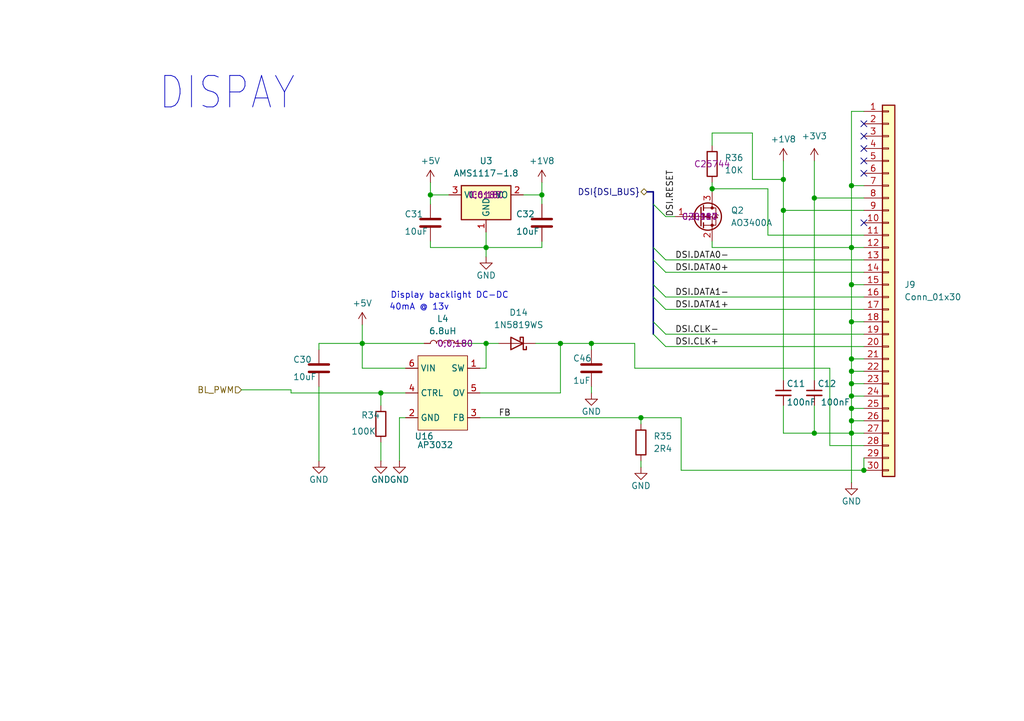
<source format=kicad_sch>
(kicad_sch (version 20250114) (generator "eeschema") (generator_version "9.0")
  (paper "A5")
  (lib_symbols
    (symbol "AP3032:AP3032"
      (property "Reference" "U" (at -7.112 0.762 0))
      (property "Value" "AP3032" (at -4.064 -1.27 0))
      (symbol "AP3032_1_1"
        (rectangle (start -7.62 -2.54) (end 2.54 -17.78) (fill (type color) (color 255 255 194 1)))
        (pin input line (at -10.16 -5.08 0) (length 2.54) (name "VIN") (number "6"))
        (pin input line (at -10.16 -10.16 0) (length 2.54) (name "CTRL") (number "4"))
        (pin input line (at -10.16 -15.24 0) (length 2.54) (name "GND") (number "2"))
        (pin input line (at 5.08 -5.08 180) (length 2.54) (name "SW") (number "1"))
        (pin input line (at 5.08 -10.16 180) (length 2.54) (name "OV") (number "5"))
        (pin input line (at 5.08 -15.24 180) (length 2.54) (name "FB") (number "3"))
      )
    )
    (symbol "Connector_Generic:Conn_01x30" (pin_names (offset 1.016) (hide yes))
      (property "Reference" "J" (at 0 38.1 0))
      (property "Value" "Conn_01x30" (at 0 -40.64 0))
      (symbol "Conn_01x30_1_1"
        (rectangle (start -1.27 36.83) (end 1.27 -39.37) (stroke (width 0.254)) (fill (type background)))
        (rectangle (start -1.27 35.687) (end 0 35.433) (stroke (width 0.1524)))
        (rectangle (start -1.27 33.147) (end 0 32.893) (stroke (width 0.1524)))
        (rectangle (start -1.27 30.607) (end 0 30.353) (stroke (width 0.1524)))
        (rectangle (start -1.27 28.067) (end 0 27.813) (stroke (width 0.1524)))
        (rectangle (start -1.27 25.527) (end 0 25.273) (stroke (width 0.1524)))
        (rectangle (start -1.27 22.987) (end 0 22.733) (stroke (width 0.1524)))
        (rectangle (start -1.27 20.447) (end 0 20.193) (stroke (width 0.1524)))
        (rectangle (start -1.27 17.907) (end 0 17.653) (stroke (width 0.1524)))
        (rectangle (start -1.27 15.367) (end 0 15.113) (stroke (width 0.1524)))
        (rectangle (start -1.27 12.827) (end 0 12.573) (stroke (width 0.1524)))
        (rectangle (start -1.27 10.287) (end 0 10.033) (stroke (width 0.1524)))
        (rectangle (start -1.27 7.747) (end 0 7.493) (stroke (width 0.1524)))
        (rectangle (start -1.27 5.207) (end 0 4.953) (stroke (width 0.1524)))
        (rectangle (start -1.27 2.667) (end 0 2.413) (stroke (width 0.1524)))
        (rectangle (start -1.27 0.127) (end 0 -0.127) (stroke (width 0.1524)))
        (rectangle (start -1.27 -2.413) (end 0 -2.667) (stroke (width 0.1524)))
        (rectangle (start -1.27 -4.953) (end 0 -5.207) (stroke (width 0.1524)))
        (rectangle (start -1.27 -7.493) (end 0 -7.747) (stroke (width 0.1524)))
        (rectangle (start -1.27 -10.033) (end 0 -10.287) (stroke (width 0.1524)))
        (rectangle (start -1.27 -12.573) (end 0 -12.827) (stroke (width 0.1524)))
        (rectangle (start -1.27 -15.113) (end 0 -15.367) (stroke (width 0.1524)))
        (rectangle (start -1.27 -17.653) (end 0 -17.907) (stroke (width 0.1524)))
        (rectangle (start -1.27 -20.193) (end 0 -20.447) (stroke (width 0.1524)))
        (rectangle (start -1.27 -22.733) (end 0 -22.987) (stroke (width 0.1524)))
        (rectangle (start -1.27 -25.273) (end 0 -25.527) (stroke (width 0.1524)))
        (rectangle (start -1.27 -27.813) (end 0 -28.067) (stroke (width 0.1524)))
        (rectangle (start -1.27 -30.353) (end 0 -30.607) (stroke (width 0.1524)))
        (rectangle (start -1.27 -32.893) (end 0 -33.147) (stroke (width 0.1524)))
        (rectangle (start -1.27 -35.433) (end 0 -35.687) (stroke (width 0.1524)))
        (rectangle (start -1.27 -37.973) (end 0 -38.227) (stroke (width 0.1524)))
        (pin passive line (at -5.08 35.56 0) (length 3.81) (name "Pin_1") (number "1"))
        (pin passive line (at -5.08 33.02 0) (length 3.81) (name "Pin_2") (number "2"))
        (pin passive line (at -5.08 30.48 0) (length 3.81) (name "Pin_3") (number "3"))
        (pin passive line (at -5.08 27.94 0) (length 3.81) (name "Pin_4") (number "4"))
        (pin passive line (at -5.08 25.4 0) (length 3.81) (name "Pin_5") (number "5"))
        (pin passive line (at -5.08 22.86 0) (length 3.81) (name "Pin_6") (number "6"))
        (pin passive line (at -5.08 20.32 0) (length 3.81) (name "Pin_7") (number "7"))
        (pin passive line (at -5.08 17.78 0) (length 3.81) (name "Pin_8") (number "8"))
        (pin passive line (at -5.08 15.24 0) (length 3.81) (name "Pin_9") (number "9"))
        (pin passive line (at -5.08 12.7 0) (length 3.81) (name "Pin_10") (number "10"))
        (pin passive line (at -5.08 10.16 0) (length 3.81) (name "Pin_11") (number "11"))
        (pin passive line (at -5.08 7.62 0) (length 3.81) (name "Pin_12") (number "12"))
        (pin passive line (at -5.08 5.08 0) (length 3.81) (name "Pin_13") (number "13"))
        (pin passive line (at -5.08 2.54 0) (length 3.81) (name "Pin_14") (number "14"))
        (pin passive line (at -5.08 0 0) (length 3.81) (name "Pin_15") (number "15"))
        (pin passive line (at -5.08 -2.54 0) (length 3.81) (name "Pin_16") (number "16"))
        (pin passive line (at -5.08 -5.08 0) (length 3.81) (name "Pin_17") (number "17"))
        (pin passive line (at -5.08 -7.62 0) (length 3.81) (name "Pin_18") (number "18"))
        (pin passive line (at -5.08 -10.16 0) (length 3.81) (name "Pin_19") (number "19"))
        (pin passive line (at -5.08 -12.7 0) (length 3.81) (name "Pin_20") (number "20"))
        (pin passive line (at -5.08 -15.24 0) (length 3.81) (name "Pin_21") (number "21"))
        (pin passive line (at -5.08 -17.78 0) (length 3.81) (name "Pin_22") (number "22"))
        (pin passive line (at -5.08 -20.32 0) (length 3.81) (name "Pin_23") (number "23"))
        (pin passive line (at -5.08 -22.86 0) (length 3.81) (name "Pin_24") (number "24"))
        (pin passive line (at -5.08 -25.4 0) (length 3.81) (name "Pin_25") (number "25"))
        (pin passive line (at -5.08 -27.94 0) (length 3.81) (name "Pin_26") (number "26"))
        (pin passive line (at -5.08 -30.48 0) (length 3.81) (name "Pin_27") (number "27"))
        (pin passive line (at -5.08 -33.02 0) (length 3.81) (name "Pin_28") (number "28"))
        (pin passive line (at -5.08 -35.56 0) (length 3.81) (name "Pin_29") (number "29"))
        (pin passive line (at -5.08 -38.1 0) (length 3.81) (name "Pin_30") (number "30"))
      )
    )
    (symbol "Device:C" (pin_numbers (hide yes)) (pin_names (offset 0.254))
      (property "Reference" "C" (at 0.635 2.54 0))
      (property "Value" "C" (at 0.635 -2.54 0))
      (symbol "C_0_1"
        (polyline (pts (xy -2.032 0.762) (xy 2.032 0.762)) (stroke (width 0.508)))
        (polyline (pts (xy -2.032 -0.762) (xy 2.032 -0.762)) (stroke (width 0.508)))
      )
      (symbol "C_1_1"
        (pin passive line (at 0 3.81 270) (length 2.794) (name "~") (number "1"))
        (pin passive line (at 0 -3.81 90) (length 2.794) (name "~") (number "2"))
      )
    )
    (symbol "Device:C_Small" (pin_numbers (hide yes)) (pin_names (offset 0.254) (hide yes))
      (property "Reference" "C" (at 0.254 1.778 0))
      (property "Value" "C_Small" (at 0.254 -2.032 0))
      (symbol "C_Small_0_1"
        (polyline (pts (xy -1.524 0.508) (xy 1.524 0.508)) (stroke (width 0.3048)))
        (polyline (pts (xy -1.524 -0.508) (xy 1.524 -0.508)) (stroke (width 0.3302)))
      )
      (symbol "C_Small_1_1"
        (pin passive line (at 0 2.54 270) (length 2.032) (name "~") (number "1"))
        (pin passive line (at 0 -2.54 90) (length 2.032) (name "~") (number "2"))
      )
    )
    (symbol "Device:D_Schottky" (pin_numbers (hide yes)) (pin_names (offset 1.016) (hide yes))
      (property "Reference" "D" (at 0 2.54 0))
      (property "Value" "D_Schottky" (at 0 -2.54 0))
      (symbol "D_Schottky_0_1"
        (polyline (pts (xy -1.905 0.635) (xy -1.905 1.27) (xy -1.27 1.27) (xy -1.27 -1.27) (xy -0.635 -1.27) (xy -0.635 -0.635)) (stroke (width 0.254)))
        (polyline (pts (xy 1.27 1.27) (xy 1.27 -1.27) (xy -1.27 0) (xy 1.27 1.27)) (stroke (width 0.254)))
        (polyline (pts (xy 1.27 0) (xy -1.27 0)))
      )
      (symbol "D_Schottky_1_1"
        (pin passive line (at -3.81 0 0) (length 2.54) (name "K") (number "1"))
        (pin passive line (at 3.81 0 180) (length 2.54) (name "A") (number "2"))
      )
    )
    (symbol "Device:L" (pin_numbers (hide yes)) (pin_names (offset 1.016) (hide yes))
      (property "Reference" "L" (at -1.27 0 90))
      (property "Value" "L" (at 1.905 0 90))
      (symbol "L_0_1"
        (arc (start 0 2.54) (mid 0.6323 1.905) (end 0 1.27))
        (arc (start 0 1.27) (mid 0.6323 0.635) (end 0 0))
        (arc (start 0 0) (mid 0.6323 -0.635) (end 0 -1.27))
        (arc (start 0 -1.27) (mid 0.6323 -1.905) (end 0 -2.54))
      )
      (symbol "L_1_1"
        (pin passive line (at 0 3.81 270) (length 1.27) (name "1") (number "1"))
        (pin passive line (at 0 -3.81 90) (length 1.27) (name "2") (number "2"))
      )
    )
    (symbol "Device:R" (pin_numbers (hide yes)) (pin_names (offset 0))
      (property "Reference" "R" (at 2.032 0 90))
      (property "Value" "R" (at 0 0 90))
      (symbol "R_0_1"
        (rectangle (start -1.016 -2.54) (end 1.016 2.54) (stroke (width 0.254)))
      )
      (symbol "R_1_1"
        (pin passive line (at 0 3.81 270) (length 1.27) (name "~") (number "1"))
        (pin passive line (at 0 -3.81 90) (length 1.27) (name "~") (number "2"))
      )
    )
    (symbol "Regulator_Linear:AMS1117-1.8"
      (property "Reference" "U" (at -3.81 3.175 0))
      (property "Value" "AMS1117-1.8" (at 0 3.175 0))
      (symbol "AMS1117-1.8_0_1"
        (rectangle (start -5.08 -5.08) (end 5.08 1.905) (stroke (width 0.254)) (fill (type background)))
      )
      (symbol "AMS1117-1.8_1_1"
        (pin power_in line (at -7.62 0 0) (length 2.54) (name "VI") (number "3"))
        (pin power_in line (at 0 -7.62 90) (length 2.54) (name "GND") (number "1"))
        (pin power_out line (at 7.62 0 180) (length 2.54) (name "VO") (number "2"))
      )
    )
    (symbol "Transistor_FET:AO3400A" (pin_names (hide yes))
      (property "Reference" "Q" (at 5.08 1.905 0))
      (property "Value" "AO3400A" (at 5.08 0 0))
      (symbol "AO3400A_0_1"
        (polyline (pts (xy 0.254 1.905) (xy 0.254 -1.905)) (stroke (width 0.254)))
        (polyline (pts (xy 0.254 0) (xy -2.54 0)))
        (polyline (pts (xy 0.762 2.286) (xy 0.762 1.27)) (stroke (width 0.254)))
        (polyline (pts (xy 0.762 0.508) (xy 0.762 -0.508)) (stroke (width 0.254)))
        (polyline (pts (xy 0.762 -1.27) (xy 0.762 -2.286)) (stroke (width 0.254)))
        (polyline (pts (xy 0.762 -1.778) (xy 3.302 -1.778) (xy 3.302 1.778) (xy 0.762 1.778)))
        (polyline (pts (xy 1.016 0) (xy 2.032 0.381) (xy 2.032 -0.381) (xy 1.016 0)) (fill (type outline)))
        (circle (center 1.651 0) (radius 2.794) (stroke (width 0.254)))
        (polyline (pts (xy 2.54 2.54) (xy 2.54 1.778)))
        (circle (center 2.54 1.778) (radius 0.254) (fill (type outline)))
        (circle (center 2.54 -1.778) (radius 0.254) (fill (type outline)))
        (polyline (pts (xy 2.54 -2.54) (xy 2.54 0) (xy 0.762 0)))
        (polyline (pts (xy 2.794 0.508) (xy 2.921 0.381) (xy 3.683 0.381) (xy 3.81 0.254)))
        (polyline (pts (xy 3.302 0.381) (xy 2.921 -0.254) (xy 3.683 -0.254) (xy 3.302 0.381)))
      )
      (symbol "AO3400A_1_1"
        (pin input line (at -5.08 0 0) (length 2.54) (name "G") (number "1"))
        (pin passive line (at 2.54 5.08 270) (length 2.54) (name "D") (number "3"))
        (pin passive line (at 2.54 -5.08 90) (length 2.54) (name "S") (number "2"))
      )
    )
    (symbol "power:+1V8" (power) (pin_numbers (hide yes)) (pin_names (offset 0) (hide yes))
      (property "Value" "+1V8" (at 0 3.556 0))
      (symbol "+1V8_0_1"
        (polyline (pts (xy -0.762 1.27) (xy 0 2.54)))
        (polyline (pts (xy 0 2.54) (xy 0.762 1.27)))
        (polyline (pts (xy 0 0) (xy 0 2.54)))
      )
      (symbol "+1V8_1_1"
        (pin power_in line (at 0 0 90) (length 0) (name "~") (number "1"))
      )
    )
    (symbol "power:+3V3" (power) (pin_numbers (hide yes)) (pin_names (offset 0) (hide yes))
      (property "Value" "+3V3" (at 0 3.556 0))
      (symbol "+3V3_0_1"
        (polyline (pts (xy -0.762 1.27) (xy 0 2.54)))
        (polyline (pts (xy 0 2.54) (xy 0.762 1.27)))
        (polyline (pts (xy 0 0) (xy 0 2.54)))
      )
      (symbol "+3V3_1_1"
        (pin power_in line (at 0 0 90) (length 0) (name "~") (number "1"))
      )
    )
    (symbol "power:+5V" (power) (pin_numbers (hide yes)) (pin_names (offset 0) (hide yes))
      (property "Value" "+5V" (at 0 3.556 0))
      (symbol "+5V_0_1"
        (polyline (pts (xy -0.762 1.27) (xy 0 2.54)))
        (polyline (pts (xy 0 2.54) (xy 0.762 1.27)))
        (polyline (pts (xy 0 0) (xy 0 2.54)))
      )
      (symbol "+5V_1_1"
        (pin power_in line (at 0 0 90) (length 0) (name "~") (number "1"))
      )
    )
    (symbol "power:GND" (power) (pin_numbers (hide yes)) (pin_names (offset 0) (hide yes))
      (property "Value" "GND" (at 0 -3.81 0))
      (symbol "GND_0_1"
        (polyline (pts (xy 0 0) (xy 0 -1.27) (xy 1.27 -1.27) (xy 0 -2.54) (xy -1.27 -1.27) (xy 0 -1.27)))
      )
      (symbol "GND_1_1"
        (pin power_in line (at 0 0 270) (length 0) (name "~") (number "1"))
      )
    )
  )
  (bus_alias "CSI_BUS" (members "RESET" "STROBE" "CLK+" "CLK-" "DATA0+" "DATA0-" "DATA1+" "DATA1-"))
  (bus_alias "DSI_BUS" (members "RESET" "VSYNC" "CLK+" "CLK-" "DATA0+" "DATA0-" "DATA1+" "DATA1-"))
  (text "40mA @ 13v" (at 85.979 63.119 0) (effects (font (size 1.27 1.27))))
  (text "Display backlight DC-DC" (at 92.202 60.706 0) (effects (font (size 1.27 1.27))))
  (text "DISPAY" (at 32.385 22.987 0) (effects (font (size 6.4516 5.4838)) (justify left bottom)))
  (junction (at 167.005 88.9))
  (junction (at 174.625 83.82))
  (junction (at 121.285 70.485))
  (junction (at 111.125 40.005))
  (junction (at 174.625 73.66))
  (junction (at 174.625 86.36))
  (junction (at 174.625 38.1))
  (junction (at 99.695 70.485))
  (junction (at 114.935 70.485))
  (junction (at 88.265 40.005))
  (junction (at 131.445 85.725))
  (junction (at 174.625 78.74))
  (junction (at 99.695 50.8))
  (junction (at 174.625 50.8))
  (junction (at 174.625 66.04))
  (junction (at 177.165 96.52))
  (junction (at 74.295 70.485))
  (junction (at 146.05 38.735))
  (junction (at 167.005 40.64))
  (junction (at 174.625 88.9))
  (junction (at 78.105 80.645))
  (junction (at 160.655 43.18))
  (junction (at 174.625 81.28))
  (junction (at 174.625 58.42))
  (junction (at 160.655 36.83))
  (junction (at 174.625 76.2))
  (no_connect (at 177.165 35.56))
  (no_connect (at 177.165 25.4))
  (no_connect (at 177.165 27.94))
  (no_connect (at 177.165 33.02))
  (no_connect (at 177.165 45.72))
  (no_connect (at 177.165 30.48))
  (bus_entry (at 133.985 53.34) (size 2.54 2.54))
  (bus_entry (at 133.985 66.04) (size 2.54 2.54))
  (bus_entry (at 133.985 58.42) (size 2.54 2.54))
  (bus_entry (at 133.985 50.8) (size 2.54 2.54))
  (bus_entry (at 133.985 68.58) (size 2.54 2.54))
  (bus_entry (at 133.985 41.91) (size 2.54 2.54))
  (bus_entry (at 133.985 60.96) (size 2.54 2.54))
  (wire (pts (xy 174.625 86.36) (xy 177.165 86.36)))
  (wire (pts (xy 139.7 96.52) (xy 177.165 96.52)))
  (wire (pts (xy 174.625 81.28) (xy 177.165 81.28)))
  (wire (pts (xy 98.425 85.725) (xy 131.445 85.725)))
  (wire (pts (xy 146.05 27.305) (xy 154.305 27.305)))
  (wire (pts (xy 160.655 43.18) (xy 160.655 78.105)))
  (wire (pts (xy 107.315 40.005) (xy 111.125 40.005)))
  (wire (pts (xy 114.935 80.645) (xy 98.425 80.645)))
  (wire (pts (xy 74.295 70.485) (xy 74.295 75.565)))
  (wire (pts (xy 174.625 22.86) (xy 174.625 38.1)))
  (wire (pts (xy 160.655 88.9) (xy 167.005 88.9)))
  (wire (pts (xy 174.625 88.9) (xy 177.165 88.9)))
  (wire (pts (xy 146.05 38.735) (xy 157.48 38.735)))
  (wire (pts (xy 167.005 33.02) (xy 167.005 40.64)))
  (wire (pts (xy 146.05 38.735) (xy 146.05 39.37)))
  (wire (pts (xy 88.265 49.53) (xy 88.265 50.8)))
  (wire (pts (xy 111.125 40.005) (xy 111.125 41.91)))
  (wire (pts (xy 121.285 70.485) (xy 130.175 70.485)))
  (bus (pts (xy 133.985 50.8) (xy 133.985 53.34)))
  (wire (pts (xy 136.525 55.88) (xy 177.165 55.88)))
  (wire (pts (xy 81.915 85.725) (xy 81.915 94.615)))
  (wire (pts (xy 111.125 37.465) (xy 111.125 40.005)))
  (wire (pts (xy 177.165 48.26) (xy 157.48 48.26)))
  (wire (pts (xy 78.105 94.615) (xy 78.105 90.805)))
  (wire (pts (xy 174.625 81.28) (xy 174.625 83.82)))
  (wire (pts (xy 78.105 80.645) (xy 83.185 80.645)))
  (bus (pts (xy 133.985 58.42) (xy 133.985 60.96)))
  (wire (pts (xy 174.625 76.2) (xy 177.165 76.2)))
  (wire (pts (xy 136.525 71.12) (xy 177.165 71.12)))
  (wire (pts (xy 111.125 50.8) (xy 99.695 50.8)))
  (wire (pts (xy 160.655 43.18) (xy 177.165 43.18)))
  (wire (pts (xy 136.525 60.96) (xy 177.165 60.96)))
  (wire (pts (xy 170.18 75.565) (xy 170.18 91.44)))
  (wire (pts (xy 146.05 37.465) (xy 146.05 38.735)))
  (wire (pts (xy 174.625 86.36) (xy 174.625 88.9)))
  (wire (pts (xy 174.625 58.42) (xy 174.625 66.04)))
  (wire (pts (xy 136.525 68.58) (xy 177.165 68.58)))
  (wire (pts (xy 154.305 27.305) (xy 154.305 36.83)))
  (wire (pts (xy 167.005 83.185) (xy 167.005 88.9)))
  (bus (pts (xy 133.985 60.96) (xy 133.985 66.04)))
  (wire (pts (xy 174.625 58.42) (xy 177.165 58.42)))
  (wire (pts (xy 59.69 80.01) (xy 59.69 80.645)))
  (wire (pts (xy 174.625 73.66) (xy 177.165 73.66)))
  (wire (pts (xy 154.305 36.83) (xy 160.655 36.83)))
  (wire (pts (xy 131.445 85.725) (xy 131.445 86.995)))
  (wire (pts (xy 174.625 78.74) (xy 177.165 78.74)))
  (wire (pts (xy 65.405 70.485) (xy 65.405 71.755)))
  (wire (pts (xy 174.625 66.04) (xy 177.165 66.04)))
  (wire (pts (xy 74.295 75.565) (xy 83.185 75.565)))
  (wire (pts (xy 146.05 49.53) (xy 146.05 50.8)))
  (wire (pts (xy 177.165 93.98) (xy 177.165 96.52)))
  (wire (pts (xy 167.005 40.64) (xy 167.005 78.105)))
  (wire (pts (xy 131.445 85.725) (xy 139.7 85.725)))
  (wire (pts (xy 99.695 50.8) (xy 99.695 47.625)))
  (wire (pts (xy 49.53 80.01) (xy 59.69 80.01)))
  (wire (pts (xy 111.125 49.53) (xy 111.125 50.8)))
  (wire (pts (xy 65.405 79.375) (xy 65.405 94.615)))
  (wire (pts (xy 160.655 33.02) (xy 160.655 36.83)))
  (bus (pts (xy 133.985 39.37) (xy 133.985 41.91)))
  (bus (pts (xy 133.985 41.91) (xy 133.985 50.8)))
  (wire (pts (xy 130.175 70.485) (xy 130.175 75.565)))
  (wire (pts (xy 174.625 66.04) (xy 174.625 73.66)))
  (wire (pts (xy 160.655 36.83) (xy 160.655 43.18)))
  (wire (pts (xy 174.625 83.82) (xy 174.625 86.36)))
  (wire (pts (xy 174.625 73.66) (xy 174.625 76.2)))
  (wire (pts (xy 174.625 50.8) (xy 177.165 50.8)))
  (wire (pts (xy 114.935 70.485) (xy 114.935 80.645)))
  (wire (pts (xy 170.18 91.44) (xy 177.165 91.44)))
  (wire (pts (xy 99.695 70.485) (xy 102.235 70.485)))
  (wire (pts (xy 174.625 76.2) (xy 174.625 78.74)))
  (wire (pts (xy 74.295 70.485) (xy 86.995 70.485)))
  (wire (pts (xy 174.625 88.9) (xy 174.625 99.06)))
  (wire (pts (xy 136.525 53.34) (xy 177.165 53.34)))
  (wire (pts (xy 130.175 75.565) (xy 170.18 75.565)))
  (wire (pts (xy 121.285 80.645) (xy 121.285 79.375)))
  (wire (pts (xy 136.525 63.5) (xy 177.165 63.5)))
  (wire (pts (xy 177.165 22.86) (xy 174.625 22.86)))
  (wire (pts (xy 88.265 37.465) (xy 88.265 40.005)))
  (wire (pts (xy 174.625 38.1) (xy 174.625 50.8)))
  (wire (pts (xy 174.625 83.82) (xy 177.165 83.82)))
  (wire (pts (xy 98.425 75.565) (xy 99.695 75.565)))
  (wire (pts (xy 167.005 88.9) (xy 174.625 88.9)))
  (wire (pts (xy 146.05 29.845) (xy 146.05 27.305)))
  (wire (pts (xy 99.695 70.485) (xy 99.695 75.565)))
  (wire (pts (xy 65.405 70.485) (xy 74.295 70.485)))
  (wire (pts (xy 157.48 38.735) (xy 157.48 48.26)))
  (wire (pts (xy 136.525 44.45) (xy 138.43 44.45)))
  (bus (pts (xy 133.985 53.34) (xy 133.985 58.42)))
  (wire (pts (xy 174.625 50.8) (xy 174.625 58.42)))
  (wire (pts (xy 74.295 66.675) (xy 74.295 70.485)))
  (wire (pts (xy 99.695 50.8) (xy 99.695 52.705)))
  (wire (pts (xy 59.69 80.645) (xy 78.105 80.645)))
  (wire (pts (xy 109.855 70.485) (xy 114.935 70.485)))
  (wire (pts (xy 88.265 50.8) (xy 99.695 50.8)))
  (bus (pts (xy 132.715 39.37) (xy 133.985 39.37)))
  (wire (pts (xy 174.625 38.1) (xy 177.165 38.1)))
  (wire (pts (xy 78.105 83.185) (xy 78.105 80.645)))
  (wire (pts (xy 167.005 40.64) (xy 177.165 40.64)))
  (wire (pts (xy 88.265 40.005) (xy 88.265 41.91)))
  (bus (pts (xy 133.985 66.04) (xy 133.985 68.58)))
  (wire (pts (xy 174.625 78.74) (xy 174.625 81.28)))
  (wire (pts (xy 81.915 85.725) (xy 83.185 85.725)))
  (wire (pts (xy 131.445 94.615) (xy 131.445 95.885)))
  (wire (pts (xy 146.05 50.8) (xy 174.625 50.8)))
  (wire (pts (xy 88.265 40.005) (xy 92.075 40.005)))
  (wire (pts (xy 94.615 70.485) (xy 99.695 70.485)))
  (wire (pts (xy 114.935 70.485) (xy 121.285 70.485)))
  (wire (pts (xy 121.285 70.485) (xy 121.285 71.755)))
  (wire (pts (xy 139.7 96.52) (xy 139.7 85.725)))
  (wire (pts (xy 160.655 83.185) (xy 160.655 88.9)))
  (label "DSI.DATA1+" (at 138.43 63.5 0))
  (label "DSI.CLK+" (at 138.43 71.12 0))
  (label "DSI.RESET" (at 138.43 44.45 90))
  (label "DSI.DATA0+" (at 138.43 55.88 0))
  (label "FB" (at 102.235 85.725 0))
  (label "DSI.DATA1-" (at 138.43 60.96 0))
  (label "DSI.DATA0-" (at 138.43 53.34 0))
  (label "DSI.CLK-" (at 138.43 68.58 0))
  (hierarchical_label "DSI{DSI_BUS}" (shape bidirectional) (at 132.715 39.37 180))
  (hierarchical_label "BL_PWM" (shape input) (at 49.53 80.01 180))
  (symbol (lib_id "Device:R") (at 131.445 90.805 0) (unit 1)
    (property "Reference" "R35" (at 133.985 89.5349 0) (effects (justify left)))
    (property "Value" "2R4" (at 133.985 92.0749 0) (effects (justify left)))
    (property "Footprint" "Resistor_SMD:R_0402_1005Metric" (effects (hide yes)))
    (property "Description" "Resistor" (effects (hide yes)))
    (property "LCSC" "C166486" (effects (hide yes)))
  )
  (symbol (lib_id "power:GND") (at 121.285 80.645 0) (unit 1)
    (property "Reference" "#PWR080" (effects (hide yes)))
    (property "Value" "GND" (at 121.285 84.455 0))
    (property "Description" "Power symbol creates a global label with name \"GND\" , ground" (effects (hide yes)))
  )
  (symbol (lib_id "Device:C") (at 121.285 75.565 0) (unit 1)
    (property "Reference" "C46" (at 117.475 73.533 0) (effects (justify left)))
    (property "Value" "1uF" (at 117.475 78.105 0) (effects (justify left)))
    (property "Footprint" "Capacitor_SMD:C_0402_1005Metric" (effects (hide yes)))
    (property "Description" "Unpolarized capacitor" (effects (hide yes)))
    (property "LCSC" "C52923" (effects (hide yes)))
  )
  (symbol (lib_id "Device:C") (at 65.405 75.565 0) (unit 1)
    (property "Reference" "C30" (at 60.071 73.787 0) (effects (justify left)))
    (property "Value" "10uF" (at 60.071 77.343 0) (effects (justify left)))
    (property "Footprint" "Capacitor_SMD:C_0603_1608Metric" (effects (hide yes)))
    (property "Description" "Unpolarized capacitor" (effects (hide yes)))
    (property "LCSC" "C96446" (effects (hide yes)))
  )
  (symbol (lib_id "power:GND") (at 131.445 95.885 0) (unit 1)
    (property "Reference" "#PWR081" (effects (hide yes)))
    (property "Value" "GND" (at 131.445 99.695 0))
    (property "Description" "Power symbol creates a global label with name \"GND\" , ground" (effects (hide yes)))
  )
  (symbol (lib_id "power:GND") (at 78.105 94.615 0) (unit 1)
    (property "Reference" "#PWR051" (effects (hide yes)))
    (property "Value" "GND" (at 78.105 98.425 0))
    (property "Description" "Power symbol creates a global label with name \"GND\" , ground" (effects (hide yes)))
  )
  (symbol (lib_id "Connector_Generic:Conn_01x30") (at 182.245 58.42 0) (unit 1)
    (property "Reference" "J9" (at 185.42 58.4199 0) (effects (justify left)))
    (property "Value" "Conn_01x30" (at 185.42 60.9599 0) (effects (justify left)))
    (property "Footprint" "FPC:AFC30" (effects (hide yes)))
    (property "Description" "Generic connector, single row, 01x30, script generated (kicad-library-utils/schlib/autogen/connector/)" (effects (hide yes)))
    (property "LCSC" "C262569" (effects (hide yes)))
  )
  (symbol (lib_id "Device:D_Schottky") (at 106.045 70.485 180) (unit 1)
    (property "Reference" "D14" (at 106.3625 64.135 0))
    (property "Value" "1N5819WS" (at 106.3625 66.675 0))
    (property "Footprint" "Diode_SMD:D_SOD-323" (effects (hide yes)))
    (property "Description" "Schottky diode" (effects (hide yes)))
    (property "LCSC" "C191023" (effects (hide yes)))
  )
  (symbol (lib_id "Regulator_Linear:AMS1117-1.8") (at 99.695 40.005 0) (unit 1)
    (property "Reference" "U3" (at 99.695 33.02 0))
    (property "Value" "AMS1117-1.8" (at 99.695 35.56 0))
    (property "Footprint" "Package_TO_SOT_SMD:SOT-223-3_TabPin2" (effects (hide yes)))
    (property "Datasheet" "http://www.advanced-monolithic.com/pdf/ds1117.pdf" (effects (hide yes)))
    (property "Description" "1A Low Dropout regulator, positive, 1.8V fixed output, SOT-223" (effects (hide yes)))
    (property "LCSC" "C6185" (at 99.695 40.005 0))
    (property "JLCPCB_CORRECTION" "0;0;180" (at 99.695 40.005 0))
  )
  (symbol (lib_id "AP3032:AP3032") (at 93.345 70.485 0) (unit 1)
    (property "Reference" "U16" (at 86.995 89.535 0))
    (property "Value" "AP3032" (at 89.281 91.313 0))
    (property "Footprint" "Package_TO_SOT_SMD:SOT-23-6_Handsoldering" (effects (hide yes)))
    (property "LCSC" "C264086" (effects (hide yes)))
    (property "JLCPCB_CORRECTION" "0;0;180" (at 93.345 70.485 0))
  )
  (symbol (lib_id "power:+5V") (at 88.265 37.465 0) (unit 1)
    (property "Reference" "#PWR047" (effects (hide yes)))
    (property "Value" "+5V" (at 88.265 33.02 0))
    (property "Description" "Power symbol creates a global label with name \"+5V\"" (effects (hide yes)))
  )
  (symbol (lib_id "Device:C") (at 88.265 45.72 0) (unit 1)
    (property "Reference" "C31" (at 82.931 43.942 0) (effects (justify left)))
    (property "Value" "10uF" (at 82.931 47.498 0) (effects (justify left)))
    (property "Footprint" "Capacitor_SMD:C_0603_1608Metric" (effects (hide yes)))
    (property "Description" "Unpolarized capacitor" (effects (hide yes)))
    (property "LCSC" "C96446" (effects (hide yes)))
  )
  (symbol (lib_id "power:GND") (at 81.915 94.615 0) (unit 1)
    (property "Reference" "#PWR078" (effects (hide yes)))
    (property "Value" "GND" (at 81.915 98.425 0))
    (property "Description" "Power symbol creates a global label with name \"GND\" , ground" (effects (hide yes)))
  )
  (symbol (lib_id "Device:C_Small") (at 167.005 80.645 0) (unit 1)
    (property "Reference" "C12" (at 167.64 78.74 0) (effects (justify left)))
    (property "Value" "100nF" (at 168.275 82.55 0) (effects (justify left)))
    (property "Footprint" "Capacitor_SMD:C_0402_1005Metric" (effects (hide yes)))
    (property "Description" "Unpolarized capacitor, small symbol" (effects (hide yes)))
    (property "LCSC" "C307331" (effects (hide yes)))
  )
  (symbol (lib_id "power:GND") (at 99.695 52.705 0) (unit 1)
    (property "Reference" "#PWR082" (effects (hide yes)))
    (property "Value" "GND" (at 99.695 56.515 0))
    (property "Description" "Power symbol creates a global label with name \"GND\" , ground" (effects (hide yes)))
  )
  (symbol (lib_id "power:+5V") (at 74.295 66.675 0) (unit 1)
    (property "Reference" "#PWR038" (effects (hide yes)))
    (property "Value" "+5V" (at 74.295 62.23 0))
    (property "Description" "Power symbol creates a global label with name \"+5V\"" (effects (hide yes)))
  )
  (symbol (lib_id "Device:L") (at 90.805 70.485 90) (unit 1)
    (property "Reference" "L4" (at 90.805 65.405 90))
    (property "Value" "6.8uH" (at 90.805 67.945 90))
    (property "Footprint" "Inductor_SMD:L_Vishay_IFSC-1515AH_4x4x1.8mm" (effects (hide yes)))
    (property "Description" "Inductor" (effects (hide yes)))
    (property "LCSC" "C2050220" (effects (hide yes)))
  )
  (symbol (lib_id "power:GND") (at 174.625 99.06 0) (unit 1)
    (property "Reference" "#PWR083" (effects (hide yes)))
    (property "Value" "GND" (at 174.625 102.87 0))
    (property "Description" "Power symbol creates a global label with name \"GND\" , ground" (effects (hide yes)))
  )
  (symbol (lib_id "Device:C") (at 111.125 45.72 0) (unit 1)
    (property "Reference" "C32" (at 105.791 43.942 0) (effects (justify left)))
    (property "Value" "10uF" (at 105.791 47.498 0) (effects (justify left)))
    (property "Footprint" "Capacitor_SMD:C_0603_1608Metric" (effects (hide yes)))
    (property "Description" "Unpolarized capacitor" (effects (hide yes)))
    (property "LCSC" "C96446" (effects (hide yes)))
  )
  (symbol (lib_id "Device:R") (at 78.105 86.995 0) (unit 1)
    (property "Reference" "R34" (at 74.041 85.217 0) (effects (justify left)))
    (property "Value" "100K" (at 72.009 88.519 0) (effects (justify left)))
    (property "Footprint" "Resistor_SMD:R_0402_1005Metric" (effects (hide yes)))
    (property "Description" "Resistor" (effects (hide yes)))
    (property "LCSC" "C25741" (effects (hide yes)))
  )
  (symbol (lib_id "Device:R") (at 146.05 33.655 0) (unit 1)
    (property "Reference" "R36" (at 148.59 32.3849 0) (effects (justify left)))
    (property "Value" "10K" (at 148.59 34.9249 0) (effects (justify left)))
    (property "Footprint" "Resistor_SMD:R_0402_1005Metric" (effects (hide yes)))
    (property "Description" "Resistor" (effects (hide yes)))
    (property "LCSC" "C25744" (at 146.05 33.655 0))
  )
  (symbol (lib_id "power:+1V8") (at 160.655 33.02 0) (unit 1)
    (property "Reference" "#PWR049" (effects (hide yes)))
    (property "Value" "+1V8" (at 160.655 28.575 0))
    (property "Description" "Power symbol creates a global label with name \"+1V8\"" (effects (hide yes)))
  )
  (symbol (lib_id "Transistor_FET:AO3400A") (at 143.51 44.45 0) (unit 1)
    (property "Reference" "Q2" (at 149.86 43.1799 0) (effects (justify left)))
    (property "Value" "AO3400A" (at 149.86 45.7199 0) (effects (justify left)))
    (property "Footprint" "Package_TO_SOT_SMD:SOT-23" (effects (hide yes)))
    (property "Datasheet" "http://www.aosmd.com/pdfs/datasheet/AO3400A.pdf" (effects (hide yes)))
    (property "Description" "30V Vds, 5.7A Id, N-Channel MOSFET, SOT-23" (effects (hide yes)))
    (property "LCSC" "C20917" (at 143.51 44.45 0))
    (property "JLCPCB_CORRECTION" "0;0;180" (at 143.51 44.45 0))
  )
  (symbol (lib_id "power:+1V8") (at 111.125 37.465 0) (unit 1)
    (property "Reference" "#PWR048" (effects (hide yes)))
    (property "Value" "+1V8" (at 111.125 33.02 0))
    (property "Description" "Power symbol creates a global label with name \"+1V8\"" (effects (hide yes)))
  )
  (symbol (lib_id "Device:C_Small") (at 160.655 80.645 0) (unit 1)
    (property "Reference" "C11" (at 161.29 78.74 0) (effects (justify left)))
    (property "Value" "100nF" (at 161.29 82.55 0) (effects (justify left)))
    (property "Footprint" "Capacitor_SMD:C_0402_1005Metric" (effects (hide yes)))
    (property "Description" "Unpolarized capacitor, small symbol" (effects (hide yes)))
    (property "LCSC" "C307331" (effects (hide yes)))
  )
  (symbol (lib_id "power:+3V3") (at 167.005 33.02 0) (unit 1)
    (property "Reference" "#PWR052" (effects (hide yes)))
    (property "Value" "+3V3" (at 167.005 27.94 0))
    (property "Description" "Power symbol creates a global label with name \"+3V3\"" (effects (hide yes)))
  )
  (symbol (lib_id "power:GND") (at 65.405 94.615 0) (unit 1)
    (property "Reference" "#PWR037" (effects (hide yes)))
    (property "Value" "GND" (at 65.405 98.425 0))
    (property "Description" "Power symbol creates a global label with name \"GND\" , ground" (effects (hide yes)))
  )
)
</source>
